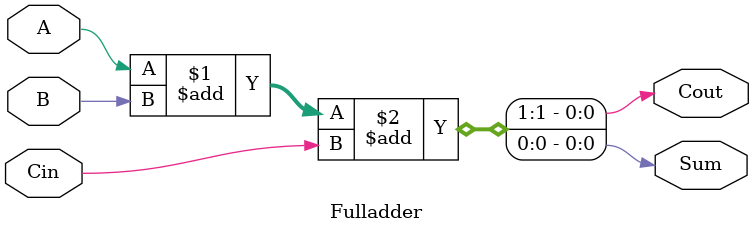
<source format=v>
module Fulladder(A,B,Sum,Cin,Cout);
input A, B, Cin;
output wire Sum, Cout;

assign {Cout,Sum} = A + B + Cin;
endmodule

</source>
